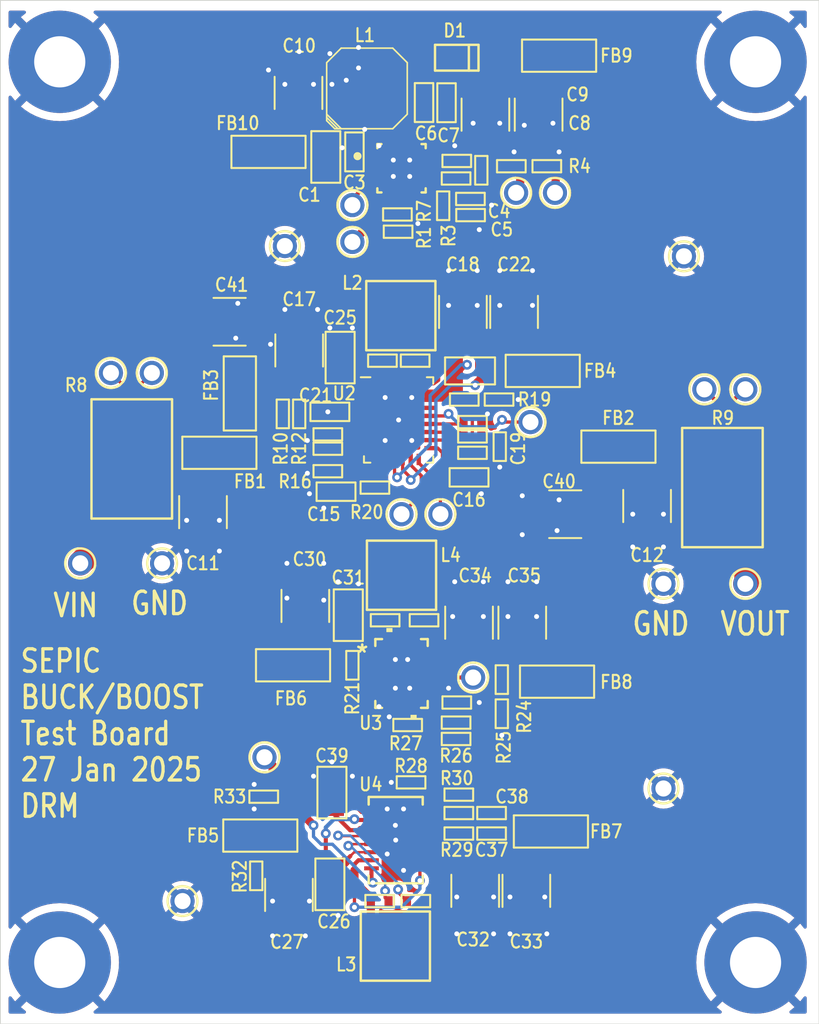
<source format=kicad_pcb>
(kicad_pcb
	(version 20240108)
	(generator "pcbnew")
	(generator_version "8.0")
	(general
		(thickness 1.6)
		(legacy_teardrops no)
	)
	(paper "A4")
	(layers
		(0 "F.Cu" signal)
		(31 "B.Cu" signal)
		(32 "B.Adhes" user "B.Adhesive")
		(33 "F.Adhes" user "F.Adhesive")
		(34 "B.Paste" user)
		(35 "F.Paste" user)
		(36 "B.SilkS" user "B.Silkscreen")
		(37 "F.SilkS" user "F.Silkscreen")
		(38 "B.Mask" user)
		(39 "F.Mask" user)
		(40 "Dwgs.User" user "User.Drawings")
		(41 "Cmts.User" user "User.Comments")
		(42 "Eco1.User" user "User.Eco1")
		(43 "Eco2.User" user "User.Eco2")
		(44 "Edge.Cuts" user)
		(45 "Margin" user)
		(46 "B.CrtYd" user "B.Courtyard")
		(47 "F.CrtYd" user "F.Courtyard")
		(48 "B.Fab" user)
		(49 "F.Fab" user)
		(50 "User.1" user)
		(51 "User.2" user)
		(52 "User.3" user)
		(53 "User.4" user)
		(54 "User.5" user)
		(55 "User.6" user)
		(56 "User.7" user)
		(57 "User.8" user)
		(58 "User.9" user)
	)
	(setup
		(pad_to_mask_clearance 0)
		(allow_soldermask_bridges_in_footprints no)
		(pcbplotparams
			(layerselection 0x00010fc_ffffffff)
			(plot_on_all_layers_selection 0x0000000_00000000)
			(disableapertmacros no)
			(usegerberextensions no)
			(usegerberattributes yes)
			(usegerberadvancedattributes yes)
			(creategerberjobfile yes)
			(dashed_line_dash_ratio 12.000000)
			(dashed_line_gap_ratio 3.000000)
			(svgprecision 4)
			(plotframeref no)
			(viasonmask no)
			(mode 1)
			(useauxorigin no)
			(hpglpennumber 1)
			(hpglpenspeed 20)
			(hpglpendiameter 15.000000)
			(pdf_front_fp_property_popups yes)
			(pdf_back_fp_property_popups yes)
			(dxfpolygonmode yes)
			(dxfimperialunits yes)
			(dxfusepcbnewfont yes)
			(psnegative no)
			(psa4output no)
			(plotreference yes)
			(plotvalue yes)
			(plotfptext yes)
			(plotinvisibletext no)
			(sketchpadsonfab no)
			(subtractmaskfromsilk no)
			(outputformat 1)
			(mirror no)
			(drillshape 1)
			(scaleselection 1)
			(outputdirectory "")
		)
	)
	(net 0 "")
	(net 1 "Net-(U1-BIAS)")
	(net 2 "GND")
	(net 3 "Net-(U1-SS)")
	(net 4 "Net-(U1-VCC)")
	(net 5 "Net-(C4-Pad1)")
	(net 6 "Net-(U1-COMP)")
	(net 7 "Net-(D1-A)")
	(net 8 "Net-(D1-K)")
	(net 9 "Net-(U1-RT)")
	(net 10 "Net-(U1-MODE)")
	(net 11 "Net-(R4-Pad2)")
	(net 12 "Net-(U1-PGOOD)")
	(net 13 "Net-(C11-Pad1)")
	(net 14 "unconnected-(U1-NC-Pad15)")
	(net 15 "Net-(C6-Pad1)")
	(net 16 "unconnected-(U1-NC-Pad12)")
	(net 17 "unconnected-(U2-PWMTG-Pad20)")
	(net 18 "Net-(C12-Pad1)")
	(net 19 "Net-(C13-Pad1)")
	(net 20 "Net-(U2-BST1)")
	(net 21 "Net-(U2-BST2)")
	(net 22 "Net-(C14-Pad1)")
	(net 23 "/Vref_A")
	(net 24 "Net-(U2-SS)")
	(net 25 "Net-(U2-Vin)")
	(net 26 "Net-(U2-ISN)")
	(net 27 "Net-(C19-Pad1)")
	(net 28 "Net-(U2-Vc)")
	(net 29 "Net-(U2-INTVcc)")
	(net 30 "Net-(U4-BST1)")
	(net 31 "Net-(U4-SW1)")
	(net 32 "Net-(U4-SW2)")
	(net 33 "Net-(U4-BST2)")
	(net 34 "Net-(U4-PVIN)")
	(net 35 "Net-(U3-SW1)")
	(net 36 "Net-(U3-BST1)")
	(net 37 "Net-(U3-SW2)")
	(net 38 "Net-(U3-BST2)")
	(net 39 "Net-(U3-PVIN)")
	(net 40 "Net-(U4-PVOUT)")
	(net 41 "Net-(U3-VOUT)")
	(net 42 "Net-(U4-PVcc)")
	(net 43 "Net-(C37-Pad1)")
	(net 44 "Net-(U4-VC)")
	(net 45 "Net-(U4-RT)")
	(net 46 "/VOUT")
	(net 47 "/VIN")
	(net 48 "Net-(U1-EN_UVLO_SYNC)")
	(net 49 "Net-(R8-Pad1)")
	(net 50 "Net-(R9-Pad2)")
	(net 51 "Net-(U2-OVLO)")
	(net 52 "Net-(U2-EN{slash}ULO)")
	(net 53 "Net-(U2-RT)")
	(net 54 "Net-(U2-RP)")
	(net 55 "Net-(U2-ISP)")
	(net 56 "Net-(U2-FB)")
	(net 57 "Net-(U2-CRTL)")
	(net 58 "Net-(U3-RUN)")
	(net 59 "Net-(U3-MODE)")
	(net 60 "unconnected-(U3-NC-Pad17)")
	(net 61 "/Vcc_B")
	(net 62 "Net-(U3-VS2{slash}FB)")
	(net 63 "Net-(U3-VS1{slash}ILIM)")
	(net 64 "Net-(U4-FB)")
	(net 65 "Net-(U4-RUN)")
	(net 66 "Net-(U2-ISMON)")
	(net 67 "Net-(U2-~{FAULT})")
	(net 68 "Net-(U2-SYNC{slash}SPREAD)")
	(net 69 "Net-(U3-PGOOD)")
	(net 70 "Net-(U1-FB)")
	(net 71 "Net-(U4-PWM{slash}SYNC)")
	(footprint "t_misc:TP60" (layer "F.Cu") (at 151.765 83.185))
	(footprint "t_misc:TP60" (layer "F.Cu") (at 151.13 71.374))
	(footprint "t_passive_smd:cap_0603" (layer "F.Cu") (at 169.418 54.608 -90))
	(footprint "t_passive_smd:cap_0603" (layer "F.Cu") (at 168.021 54.598 -90))
	(footprint "DRM_KLibrary:RTE0016K-IPC_A" (layer "F.Cu") (at 166.624 58.674))
	(footprint "t_passive_smd:cap_1210" (layer "F.Cu") (at 181.864 79.629 -90))
	(footprint "t_passive_smd:res_0402" (layer "F.Cu") (at 170.011 93.067 180))
	(footprint "t_passive_smd:cap_0402" (layer "F.Cu") (at 172.72 75.946 90))
	(footprint "t_passive_smd:cap_0603" (layer "F.Cu") (at 162.56 78.74))
	(footprint "t_MtgHoles:MTG_250_D125" (layer "F.Cu") (at 188.595 52.07))
	(footprint "t_misc:TP60" (layer "F.Cu") (at 173.736 60.198))
	(footprint "t_coilcraft:Coilcraft_XAL4020" (layer "F.Cu") (at 166.582 67.818))
	(footprint "t_misc:TP60" (layer "F.Cu") (at 159.385 63.5))
	(footprint "t_misc:TP60" (layer "F.Cu") (at 146.685 83.185))
	(footprint "t_passive_smd:cap_1210" (layer "F.Cu") (at 170.434 67.588 90))
	(footprint "t_passive_smd:cap_1210" (layer "F.Cu") (at 160.274 69.977 90))
	(footprint "t_so:SOD-123" (layer "F.Cu") (at 170.053 51.816 180))
	(footprint "t_passive_smd:cap_1210" (layer "F.Cu") (at 171.196 103.505 -90))
	(footprint "t_passive_smd:res_0402" (layer "F.Cu") (at 172.847 90.4 90))
	(footprint "t_passive_smd:cap_1210" (layer "F.Cu") (at 174.371 103.505 -90))
	(footprint "t_passive_smd:res_0402" (layer "F.Cu") (at 166.37 61.54 180))
	(footprint "t_passive_smd:cap_0402" (layer "F.Cu") (at 170.9 60.579 180))
	(footprint "t_misc:TP60" (layer "F.Cu") (at 184.15 64.135))
	(footprint "t_passive_smd:res_0402" (layer "F.Cu") (at 171.027 74.422 180))
	(footprint "t_misc:TP60" (layer "F.Cu") (at 169.037 80.137))
	(footprint "t_misc:TP60" (layer "F.Cu") (at 171.069 90.273))
	(footprint "t_passive_smd:cap_0805" (layer "F.Cu") (at 162.306 97.409 -90))
	(footprint "t_passive_smd:cap_1210" (layer "F.Cu") (at 170.815 86.868 90))
	(footprint "t_passive_smd:cap_0402" (layer "F.Cu") (at 167.471 70.612))
	(footprint "t_misc:TP60" (layer "F.Cu") (at 166.624 80.137))
	(footprint "DRM_KLibrary:cap_1210" (layer "F.Cu") (at 171.831 55.348 -90))
	(footprint "t_misc:TP60" (layer "F.Cu") (at 148.59 71.374))
	(footprint "t_passive_smd:res_0402" (layer "F.Cu") (at 163.576 89.511 90))
	(footprint "t_passive_smd:res_0402" (layer "F.Cu") (at 162.052 76.073))
	(footprint "t_passive_smd:res_0402" (layer "F.Cu") (at 158.073 97.663))
	(footprint "t_MtgHoles:MTG_250_D125" (layer "F.Cu") (at 145.415 107.95))
	(footprint "t_passive_smd:cap_0402" (layer "F.Cu") (at 167.513 104.14))
	(footprint "DRM_KLibrary:UDC_20_ADI" (layer "F.Cu") (at 166.624 90.019))
	(footprint "t_passive_smd:res_0402" (layer "F.Cu") (at 170.011 94.083 180))
	(footprint "DRM_KLibrary:cap_1210" (layer "F.Cu") (at 160.23 53.999 90))
	(footprint "DRM_KLibrary:DFN-16_DHC_LIT-M" (layer "F.Cu") (at 166.2638 100.357998 180))
	(footprint "t_misc:TP60" (layer "F.Cu") (at 182.88 84.455))
	(footprint "t_passive_smd:res_0402" (layer "F.Cu") (at 173.44 58.547))
	(footprint "t_misc:TP60" (layer "F.Cu") (at 153.035 104.14))
	(footprint "t_passive_smd:cap_1210"
		(layer "F.Cu")
		(uuid "54165ecf-b39e-4a1e-9d01-1bec272cd592")
		(at 159.639 103.759 -90)
		(descr "Capacitor SMD 1210, reflow soldering, AVX (see smccp.pdf)")
		(tags "capacitor 1210")
		(property "Reference" "C26"
			(at 1.651 -2.794 180)
			(layer "F.SilkS")
			(uuid "49f3a229-4e89
... [614973 chars truncated]
</source>
